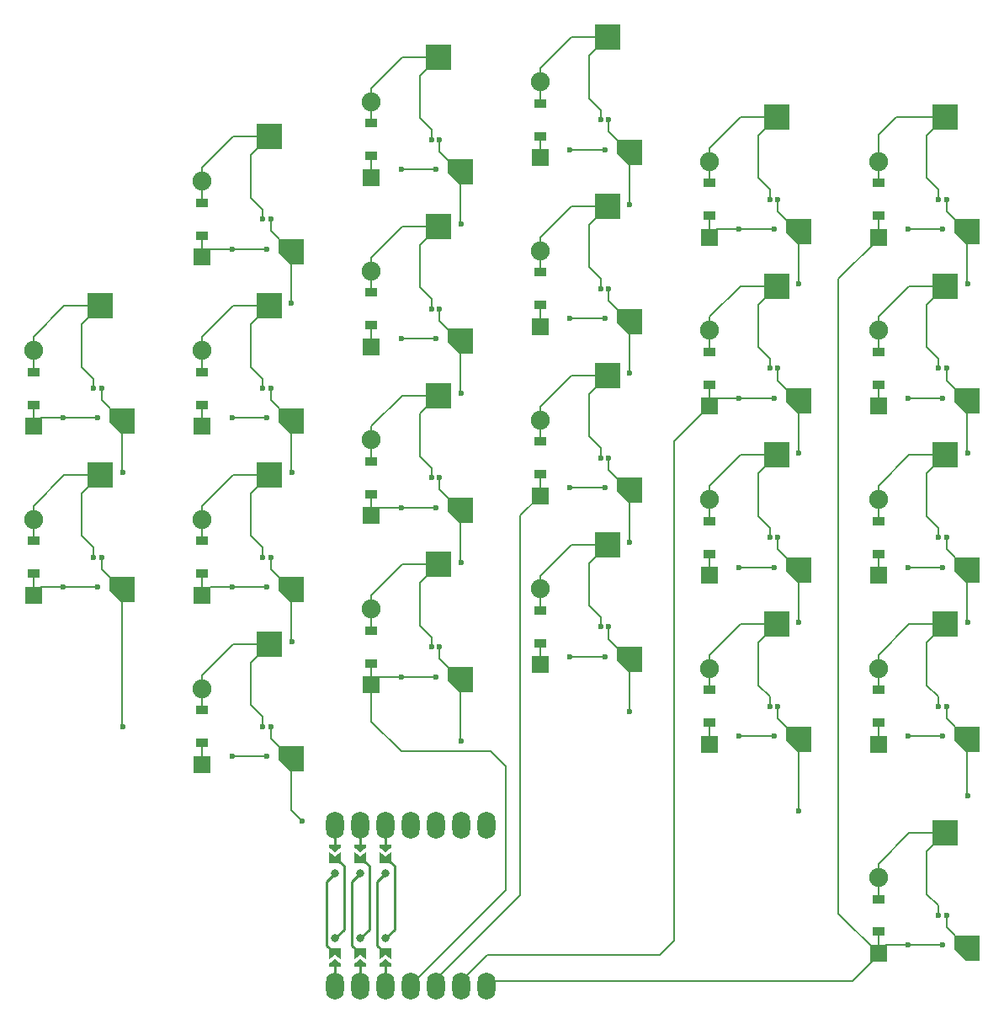
<source format=gtl>
%TF.GenerationSoftware,KiCad,Pcbnew,9.0.2*%
%TF.CreationDate,2025-05-25T15:47:58+02:00*%
%TF.ProjectId,kicad,6b696361-642e-46b6-9963-61645f706362,rev?*%
%TF.SameCoordinates,Original*%
%TF.FileFunction,Copper,L1,Top*%
%TF.FilePolarity,Positive*%
%FSLAX46Y46*%
G04 Gerber Fmt 4.6, Leading zero omitted, Abs format (unit mm)*
G04 Created by KiCad (PCBNEW 9.0.2) date 2025-05-25 15:47:58*
%MOMM*%
%LPD*%
G01*
G04 APERTURE LIST*
G04 Aperture macros list*
%AMOutline5P*
0 Free polygon, 5 corners , with rotation*
0 The origin of the aperture is its center*
0 number of corners: always 5*
0 $1 to $10 corner X, Y*
0 $11 Rotation angle, in degrees counterclockwise*
0 create outline with 5 corners*
4,1,5,$1,$2,$3,$4,$5,$6,$7,$8,$9,$10,$1,$2,$11*%
%AMOutline6P*
0 Free polygon, 6 corners , with rotation*
0 The origin of the aperture is its center*
0 number of corners: always 6*
0 $1 to $12 corner X, Y*
0 $13 Rotation angle, in degrees counterclockwise*
0 create outline with 6 corners*
4,1,6,$1,$2,$3,$4,$5,$6,$7,$8,$9,$10,$11,$12,$1,$2,$13*%
%AMOutline7P*
0 Free polygon, 7 corners , with rotation*
0 The origin of the aperture is its center*
0 number of corners: always 7*
0 $1 to $14 corner X, Y*
0 $15 Rotation angle, in degrees counterclockwise*
0 create outline with 7 corners*
4,1,7,$1,$2,$3,$4,$5,$6,$7,$8,$9,$10,$11,$12,$13,$14,$1,$2,$15*%
%AMOutline8P*
0 Free polygon, 8 corners , with rotation*
0 The origin of the aperture is its center*
0 number of corners: always 8*
0 $1 to $16 corner X, Y*
0 $17 Rotation angle, in degrees counterclockwise*
0 create outline with 8 corners*
4,1,8,$1,$2,$3,$4,$5,$6,$7,$8,$9,$10,$11,$12,$13,$14,$15,$16,$1,$2,$17*%
%AMFreePoly0*
4,1,6,0.250000,0.000000,-0.250000,-0.625000,-0.500000,-0.625000,-0.500000,0.625000,-0.250000,0.625000,0.250000,0.000000,0.250000,0.000000,$1*%
%AMFreePoly1*
4,1,6,0.500000,-0.625000,-0.650000,-0.625000,-0.150000,0.000000,-0.650000,0.625000,0.500000,0.625000,0.500000,-0.625000,0.500000,-0.625000,$1*%
G04 Aperture macros list end*
%TA.AperFunction,SMDPad,CuDef*%
%ADD10Outline5P,-1.300000X1.300000X1.300000X1.300000X1.300000X-0.117000X0.117000X-1.300000X-1.300000X-1.300000X270.000000*%
%TD*%
%TA.AperFunction,SMDPad,CuDef*%
%ADD11R,2.600000X2.600000*%
%TD*%
%TA.AperFunction,ComponentPad*%
%ADD12O,1.800000X2.750000*%
%TD*%
%TA.AperFunction,ComponentPad*%
%ADD13C,0.800000*%
%TD*%
%TA.AperFunction,SMDPad,CuDef*%
%ADD14FreePoly0,90.000000*%
%TD*%
%TA.AperFunction,SMDPad,CuDef*%
%ADD15FreePoly1,90.000000*%
%TD*%
%TA.AperFunction,SMDPad,CuDef*%
%ADD16FreePoly1,270.000000*%
%TD*%
%TA.AperFunction,SMDPad,CuDef*%
%ADD17FreePoly0,270.000000*%
%TD*%
%TA.AperFunction,SMDPad,CuDef*%
%ADD18R,1.200000X0.900000*%
%TD*%
%TA.AperFunction,ComponentPad*%
%ADD19R,1.778000X1.778000*%
%TD*%
%TA.AperFunction,ComponentPad*%
%ADD20C,1.905000*%
%TD*%
%TA.AperFunction,ComponentPad*%
%ADD21C,0.600000*%
%TD*%
%TA.AperFunction,ViaPad*%
%ADD22C,0.600000*%
%TD*%
%TA.AperFunction,Conductor*%
%ADD23C,0.200000*%
%TD*%
%TA.AperFunction,Conductor*%
%ADD24C,0.250000*%
%TD*%
G04 APERTURE END LIST*
D10*
%TO.P,S1,1*%
%TO.N,P0*%
X26450000Y-71275000D03*
D11*
%TO.P,S1,2*%
%TO.N,outer_home*%
X24250000Y-59725000D03*
%TD*%
D10*
%TO.P,S2,1*%
%TO.N,P0*%
X26450000Y-54275000D03*
D11*
%TO.P,S2,2*%
%TO.N,outer_top*%
X24250000Y-42725000D03*
%TD*%
D10*
%TO.P,S3,1*%
%TO.N,P1*%
X43450000Y-88275000D03*
D11*
%TO.P,S3,2*%
%TO.N,pinky_bottom*%
X41250000Y-76725000D03*
%TD*%
D10*
%TO.P,S4,1*%
%TO.N,P1*%
X43450000Y-71275000D03*
D11*
%TO.P,S4,2*%
%TO.N,pinky_home*%
X41250000Y-59725000D03*
%TD*%
D10*
%TO.P,S5,1*%
%TO.N,P1*%
X43450000Y-54275000D03*
D11*
%TO.P,S5,2*%
%TO.N,pinky_top*%
X41250000Y-42725000D03*
%TD*%
D10*
%TO.P,S6,1*%
%TO.N,P1*%
X43450000Y-37275000D03*
D11*
%TO.P,S6,2*%
%TO.N,pinky_num*%
X41250000Y-25725000D03*
%TD*%
D10*
%TO.P,S7,1*%
%TO.N,P2*%
X60450000Y-80275000D03*
D11*
%TO.P,S7,2*%
%TO.N,ring_bottom*%
X58250000Y-68725000D03*
%TD*%
D10*
%TO.P,S8,1*%
%TO.N,P2*%
X60450000Y-63275000D03*
D11*
%TO.P,S8,2*%
%TO.N,ring_home*%
X58250000Y-51725000D03*
%TD*%
D10*
%TO.P,S9,1*%
%TO.N,P2*%
X60450000Y-46275000D03*
D11*
%TO.P,S9,2*%
%TO.N,ring_top*%
X58250000Y-34725000D03*
%TD*%
D10*
%TO.P,S10,1*%
%TO.N,P2*%
X60450000Y-29275000D03*
D11*
%TO.P,S10,2*%
%TO.N,ring_num*%
X58250000Y-17725000D03*
%TD*%
D10*
%TO.P,S11,1*%
%TO.N,P10*%
X77450000Y-78275000D03*
D11*
%TO.P,S11,2*%
%TO.N,middle_bottom*%
X75250000Y-66725000D03*
%TD*%
D10*
%TO.P,S12,1*%
%TO.N,P10*%
X77450000Y-61275000D03*
D11*
%TO.P,S12,2*%
%TO.N,middle_home*%
X75250000Y-49725000D03*
%TD*%
D10*
%TO.P,S13,1*%
%TO.N,P10*%
X77450000Y-44275000D03*
D11*
%TO.P,S13,2*%
%TO.N,middle_top*%
X75250000Y-32725000D03*
%TD*%
D10*
%TO.P,S14,1*%
%TO.N,P10*%
X77450000Y-27275000D03*
D11*
%TO.P,S14,2*%
%TO.N,middle_num*%
X75250000Y-15725000D03*
%TD*%
D10*
%TO.P,S15,1*%
%TO.N,P9*%
X94450000Y-86275000D03*
D11*
%TO.P,S15,2*%
%TO.N,index_bottom*%
X92250000Y-74725000D03*
%TD*%
D10*
%TO.P,S16,1*%
%TO.N,P9*%
X94450000Y-69275000D03*
D11*
%TO.P,S16,2*%
%TO.N,index_home*%
X92250000Y-57725000D03*
%TD*%
D10*
%TO.P,S17,1*%
%TO.N,P9*%
X94450000Y-52275000D03*
D11*
%TO.P,S17,2*%
%TO.N,index_top*%
X92250000Y-40725000D03*
%TD*%
D10*
%TO.P,S18,1*%
%TO.N,P9*%
X94450000Y-35275000D03*
D11*
%TO.P,S18,2*%
%TO.N,index_num*%
X92250000Y-23725000D03*
%TD*%
D10*
%TO.P,S19,1*%
%TO.N,P8*%
X111450000Y-86275000D03*
D11*
%TO.P,S19,2*%
%TO.N,inner_bottom*%
X109250000Y-74725000D03*
%TD*%
D10*
%TO.P,S20,1*%
%TO.N,P8*%
X111450000Y-69275000D03*
D11*
%TO.P,S20,2*%
%TO.N,inner_home*%
X109250000Y-57725000D03*
%TD*%
D10*
%TO.P,S21,1*%
%TO.N,P8*%
X111450000Y-52275000D03*
D11*
%TO.P,S21,2*%
%TO.N,inner_top*%
X109250000Y-40725000D03*
%TD*%
D10*
%TO.P,S22,1*%
%TO.N,P8*%
X111450000Y-35275000D03*
D11*
%TO.P,S22,2*%
%TO.N,inner_num*%
X109250000Y-23725000D03*
%TD*%
D10*
%TO.P,S23,1*%
%TO.N,P7*%
X111450000Y-107275000D03*
D11*
%TO.P,S23,2*%
%TO.N,home_home*%
X109250000Y-95725000D03*
%TD*%
D12*
%TO.P,,0*%
%TO.N,_1_0*%
X47880000Y-111095000D03*
%TO.P,,13*%
%TO.N,_1_13*%
X47880000Y-94905000D03*
D13*
%TO.P,,0*%
%TO.N,P0*%
X47880000Y-106262000D03*
D14*
%TO.N,_1_0*%
X47880000Y-108620000D03*
D15*
%TO.P,,13*%
%TO.N,VCC*%
X47880000Y-107775000D03*
D13*
X47880000Y-99738000D03*
D16*
%TO.P,,0*%
%TO.N,P0*%
X47880000Y-98225000D03*
D17*
%TO.P,,13*%
%TO.N,_1_13*%
X47880000Y-97380000D03*
D12*
%TO.P,,1*%
%TO.N,_1_1*%
X50420000Y-111095000D03*
%TO.P,,12*%
%TO.N,_1_12*%
X50420000Y-94905000D03*
D13*
%TO.P,,1*%
%TO.N,P1*%
X50420000Y-106262000D03*
D14*
%TO.N,_1_1*%
X50420000Y-108620000D03*
D15*
%TO.P,,12*%
%TO.N,GND*%
X50420000Y-107775000D03*
D13*
X50420000Y-99738000D03*
D16*
%TO.P,,1*%
%TO.N,P1*%
X50420000Y-98225000D03*
D17*
%TO.P,,12*%
%TO.N,_1_12*%
X50420000Y-97380000D03*
D12*
%TO.P,,2*%
%TO.N,_1_2*%
X52960000Y-111095000D03*
%TO.P,,11*%
%TO.N,_1_11*%
X52960000Y-94905000D03*
D13*
%TO.P,,2*%
%TO.N,P2*%
X52960000Y-106262000D03*
D14*
%TO.N,_1_2*%
X52960000Y-108620000D03*
D15*
%TO.P,,11*%
%TO.N,V3*%
X52960000Y-107775000D03*
D13*
X52960000Y-99738000D03*
D16*
%TO.P,,2*%
%TO.N,P2*%
X52960000Y-98225000D03*
D17*
%TO.P,,11*%
%TO.N,_1_11*%
X52960000Y-97380000D03*
D12*
%TO.P,,3*%
%TO.N,P3*%
X55500000Y-111095000D03*
%TO.P,,10*%
%TO.N,P10*%
X55500000Y-94905000D03*
%TO.P,,4*%
%TO.N,P4*%
X58040000Y-111095000D03*
%TO.P,,9*%
%TO.N,P9*%
X58040000Y-94905000D03*
%TO.P,,5*%
%TO.N,P5*%
X60580000Y-111095000D03*
%TO.P,,8*%
%TO.N,P8*%
X60580000Y-94905000D03*
%TO.P,,6*%
%TO.N,P6*%
X63120000Y-111095000D03*
%TO.P,,7*%
%TO.N,P7*%
X63120000Y-94905000D03*
%TD*%
D18*
%TO.P,D1,1*%
%TO.N,P4*%
X17500000Y-69650000D03*
%TO.P,D1,2*%
%TO.N,outer_home*%
X17500000Y-66350000D03*
D19*
%TO.P,D1,1*%
%TO.N,P4*%
X17500000Y-71810000D03*
D20*
%TO.P,D1,2*%
%TO.N,outer_home*%
X17500000Y-64190000D03*
%TD*%
D18*
%TO.P,D2,1*%
%TO.N,P5*%
X17500000Y-52650000D03*
%TO.P,D2,2*%
%TO.N,outer_top*%
X17500000Y-49350000D03*
D19*
%TO.P,D2,1*%
%TO.N,P5*%
X17500000Y-54810000D03*
D20*
%TO.P,D2,2*%
%TO.N,outer_top*%
X17500000Y-47190000D03*
%TD*%
D18*
%TO.P,D3,1*%
%TO.N,P3*%
X34500000Y-86650000D03*
%TO.P,D3,2*%
%TO.N,pinky_bottom*%
X34500000Y-83350000D03*
D19*
%TO.P,D3,1*%
%TO.N,P3*%
X34500000Y-88810000D03*
D20*
%TO.P,D3,2*%
%TO.N,pinky_bottom*%
X34500000Y-81190000D03*
%TD*%
D18*
%TO.P,D4,1*%
%TO.N,P4*%
X34500000Y-69650000D03*
%TO.P,D4,2*%
%TO.N,pinky_home*%
X34500000Y-66350000D03*
D19*
%TO.P,D4,1*%
%TO.N,P4*%
X34500000Y-71810000D03*
D20*
%TO.P,D4,2*%
%TO.N,pinky_home*%
X34500000Y-64190000D03*
%TD*%
D18*
%TO.P,D5,1*%
%TO.N,P5*%
X34500000Y-52650000D03*
%TO.P,D5,2*%
%TO.N,pinky_top*%
X34500000Y-49350000D03*
D19*
%TO.P,D5,1*%
%TO.N,P5*%
X34500000Y-54810000D03*
D20*
%TO.P,D5,2*%
%TO.N,pinky_top*%
X34500000Y-47190000D03*
%TD*%
D18*
%TO.P,D6,1*%
%TO.N,P6*%
X34500000Y-35650000D03*
%TO.P,D6,2*%
%TO.N,pinky_num*%
X34500000Y-32350000D03*
D19*
%TO.P,D6,1*%
%TO.N,P6*%
X34500000Y-37810000D03*
D20*
%TO.P,D6,2*%
%TO.N,pinky_num*%
X34500000Y-30190000D03*
%TD*%
D18*
%TO.P,D7,1*%
%TO.N,P3*%
X51500000Y-78650000D03*
%TO.P,D7,2*%
%TO.N,ring_bottom*%
X51500000Y-75350000D03*
D19*
%TO.P,D7,1*%
%TO.N,P3*%
X51500000Y-80810000D03*
D20*
%TO.P,D7,2*%
%TO.N,ring_bottom*%
X51500000Y-73190000D03*
%TD*%
D18*
%TO.P,D8,1*%
%TO.N,P4*%
X51500000Y-61650000D03*
%TO.P,D8,2*%
%TO.N,ring_home*%
X51500000Y-58350000D03*
D19*
%TO.P,D8,1*%
%TO.N,P4*%
X51500000Y-63810000D03*
D20*
%TO.P,D8,2*%
%TO.N,ring_home*%
X51500000Y-56190000D03*
%TD*%
D18*
%TO.P,D9,1*%
%TO.N,P5*%
X51500000Y-44650000D03*
%TO.P,D9,2*%
%TO.N,ring_top*%
X51500000Y-41350000D03*
D19*
%TO.P,D9,1*%
%TO.N,P5*%
X51500000Y-46810000D03*
D20*
%TO.P,D9,2*%
%TO.N,ring_top*%
X51500000Y-39190000D03*
%TD*%
D18*
%TO.P,D10,1*%
%TO.N,P6*%
X51500000Y-27650000D03*
%TO.P,D10,2*%
%TO.N,ring_num*%
X51500000Y-24350000D03*
D19*
%TO.P,D10,1*%
%TO.N,P6*%
X51500000Y-29810000D03*
D20*
%TO.P,D10,2*%
%TO.N,ring_num*%
X51500000Y-22190000D03*
%TD*%
D18*
%TO.P,D11,1*%
%TO.N,P3*%
X68500000Y-76650000D03*
%TO.P,D11,2*%
%TO.N,middle_bottom*%
X68500000Y-73350000D03*
D19*
%TO.P,D11,1*%
%TO.N,P3*%
X68500000Y-78810000D03*
D20*
%TO.P,D11,2*%
%TO.N,middle_bottom*%
X68500000Y-71190000D03*
%TD*%
D18*
%TO.P,D12,1*%
%TO.N,P4*%
X68500000Y-59650000D03*
%TO.P,D12,2*%
%TO.N,middle_home*%
X68500000Y-56350000D03*
D19*
%TO.P,D12,1*%
%TO.N,P4*%
X68500000Y-61810000D03*
D20*
%TO.P,D12,2*%
%TO.N,middle_home*%
X68500000Y-54190000D03*
%TD*%
D18*
%TO.P,D13,1*%
%TO.N,P5*%
X68500000Y-42650000D03*
%TO.P,D13,2*%
%TO.N,middle_top*%
X68500000Y-39350000D03*
D19*
%TO.P,D13,1*%
%TO.N,P5*%
X68500000Y-44810000D03*
D20*
%TO.P,D13,2*%
%TO.N,middle_top*%
X68500000Y-37190000D03*
%TD*%
D18*
%TO.P,D14,1*%
%TO.N,P6*%
X68500000Y-25650000D03*
%TO.P,D14,2*%
%TO.N,middle_num*%
X68500000Y-22350000D03*
D19*
%TO.P,D14,1*%
%TO.N,P6*%
X68500000Y-27810000D03*
D20*
%TO.P,D14,2*%
%TO.N,middle_num*%
X68500000Y-20190000D03*
%TD*%
D18*
%TO.P,D15,1*%
%TO.N,P3*%
X85500000Y-84650000D03*
%TO.P,D15,2*%
%TO.N,index_bottom*%
X85500000Y-81350000D03*
D19*
%TO.P,D15,1*%
%TO.N,P3*%
X85500000Y-86810000D03*
D20*
%TO.P,D15,2*%
%TO.N,index_bottom*%
X85500000Y-79190000D03*
%TD*%
D18*
%TO.P,D16,1*%
%TO.N,P4*%
X85500000Y-67650000D03*
%TO.P,D16,2*%
%TO.N,index_home*%
X85500000Y-64350000D03*
D19*
%TO.P,D16,1*%
%TO.N,P4*%
X85500000Y-69810000D03*
D20*
%TO.P,D16,2*%
%TO.N,index_home*%
X85500000Y-62190000D03*
%TD*%
D18*
%TO.P,D17,1*%
%TO.N,P5*%
X85500000Y-50650000D03*
%TO.P,D17,2*%
%TO.N,index_top*%
X85500000Y-47350000D03*
D19*
%TO.P,D17,1*%
%TO.N,P5*%
X85500000Y-52810000D03*
D20*
%TO.P,D17,2*%
%TO.N,index_top*%
X85500000Y-45190000D03*
%TD*%
D18*
%TO.P,D18,1*%
%TO.N,P6*%
X85500000Y-33650000D03*
%TO.P,D18,2*%
%TO.N,index_num*%
X85500000Y-30350000D03*
D19*
%TO.P,D18,1*%
%TO.N,P6*%
X85500000Y-35810000D03*
D20*
%TO.P,D18,2*%
%TO.N,index_num*%
X85500000Y-28190000D03*
%TD*%
D18*
%TO.P,D19,1*%
%TO.N,P3*%
X102500000Y-84650000D03*
%TO.P,D19,2*%
%TO.N,inner_bottom*%
X102500000Y-81350000D03*
D19*
%TO.P,D19,1*%
%TO.N,P3*%
X102500000Y-86810000D03*
D20*
%TO.P,D19,2*%
%TO.N,inner_bottom*%
X102500000Y-79190000D03*
%TD*%
D18*
%TO.P,D20,1*%
%TO.N,P4*%
X102500000Y-67650000D03*
%TO.P,D20,2*%
%TO.N,inner_home*%
X102500000Y-64350000D03*
D19*
%TO.P,D20,1*%
%TO.N,P4*%
X102500000Y-69810000D03*
D20*
%TO.P,D20,2*%
%TO.N,inner_home*%
X102500000Y-62190000D03*
%TD*%
D18*
%TO.P,D21,1*%
%TO.N,P5*%
X102500000Y-50650000D03*
%TO.P,D21,2*%
%TO.N,inner_top*%
X102500000Y-47350000D03*
D19*
%TO.P,D21,1*%
%TO.N,P5*%
X102500000Y-52810000D03*
D20*
%TO.P,D21,2*%
%TO.N,inner_top*%
X102500000Y-45190000D03*
%TD*%
D18*
%TO.P,D22,1*%
%TO.N,P6*%
X102500000Y-33650000D03*
%TO.P,D22,2*%
%TO.N,inner_num*%
X102500000Y-30350000D03*
D19*
%TO.P,D22,1*%
%TO.N,P6*%
X102500000Y-35810000D03*
D20*
%TO.P,D22,2*%
%TO.N,inner_num*%
X102500000Y-28190000D03*
%TD*%
D18*
%TO.P,D23,1*%
%TO.N,P6*%
X102500000Y-105650000D03*
%TO.P,D23,2*%
%TO.N,home_home*%
X102500000Y-102350000D03*
D19*
%TO.P,D23,1*%
%TO.N,P6*%
X102500000Y-107810000D03*
D20*
%TO.P,D23,2*%
%TO.N,home_home*%
X102500000Y-100190000D03*
%TD*%
D21*
%TO.P,REF\u002A\u002A,1*%
%TO.N,P4*%
X24000000Y-71000000D03*
%TD*%
%TO.P,REF\u002A\u002A,1*%
%TO.N,P5*%
X24000000Y-54000000D03*
%TD*%
%TO.P,REF\u002A\u002A,1*%
%TO.N,P3*%
X41000000Y-88000000D03*
%TD*%
%TO.P,REF\u002A\u002A,1*%
%TO.N,P4*%
X41000000Y-71000000D03*
%TD*%
%TO.P,REF\u002A\u002A,1*%
%TO.N,P5*%
X41000000Y-54000000D03*
%TD*%
%TO.P,REF\u002A\u002A,1*%
%TO.N,P6*%
X41000000Y-37000000D03*
%TD*%
%TO.P,REF\u002A\u002A,1*%
%TO.N,P3*%
X58000000Y-80000000D03*
%TD*%
%TO.P,REF\u002A\u002A,1*%
%TO.N,P4*%
X58000000Y-63000000D03*
%TD*%
%TO.P,REF\u002A\u002A,1*%
%TO.N,P5*%
X58000000Y-46000000D03*
%TD*%
%TO.P,REF\u002A\u002A,1*%
%TO.N,P6*%
X58000000Y-29000000D03*
%TD*%
%TO.P,REF\u002A\u002A,1*%
%TO.N,P3*%
X75000000Y-78000000D03*
%TD*%
%TO.P,REF\u002A\u002A,1*%
%TO.N,P4*%
X75000000Y-61000000D03*
%TD*%
%TO.P,REF\u002A\u002A,1*%
%TO.N,P5*%
X75000000Y-44000000D03*
%TD*%
%TO.P,REF\u002A\u002A,1*%
%TO.N,P6*%
X75000000Y-27000000D03*
%TD*%
%TO.P,REF\u002A\u002A,1*%
%TO.N,P3*%
X92000000Y-86000000D03*
%TD*%
%TO.P,REF\u002A\u002A,1*%
%TO.N,P4*%
X92000000Y-69000000D03*
%TD*%
%TO.P,REF\u002A\u002A,1*%
%TO.N,P5*%
X92000000Y-52000000D03*
%TD*%
%TO.P,REF\u002A\u002A,1*%
%TO.N,P6*%
X92000000Y-35000000D03*
%TD*%
%TO.P,REF\u002A\u002A,1*%
%TO.N,P3*%
X109000000Y-86000000D03*
%TD*%
%TO.P,REF\u002A\u002A,1*%
%TO.N,P4*%
X109000000Y-69000000D03*
%TD*%
%TO.P,REF\u002A\u002A,1*%
%TO.N,P5*%
X109000000Y-52000000D03*
%TD*%
%TO.P,REF\u002A\u002A,1*%
%TO.N,P6*%
X109000000Y-35000000D03*
%TD*%
%TO.P,REF\u002A\u002A,1*%
%TO.N,P6*%
X109000000Y-107000000D03*
%TD*%
%TO.P,REF\u002A\u002A,1*%
%TO.N,P4*%
X20500000Y-71000000D03*
%TD*%
%TO.P,REF\u002A\u002A,1*%
%TO.N,P5*%
X20500000Y-54000000D03*
%TD*%
%TO.P,REF\u002A\u002A,1*%
%TO.N,P3*%
X37500000Y-88000000D03*
%TD*%
%TO.P,REF\u002A\u002A,1*%
%TO.N,P4*%
X37500000Y-71000000D03*
%TD*%
%TO.P,REF\u002A\u002A,1*%
%TO.N,P5*%
X37500000Y-54000000D03*
%TD*%
%TO.P,REF\u002A\u002A,1*%
%TO.N,P6*%
X37500000Y-37000000D03*
%TD*%
%TO.P,REF\u002A\u002A,1*%
%TO.N,P3*%
X54500000Y-80000000D03*
%TD*%
%TO.P,REF\u002A\u002A,1*%
%TO.N,P4*%
X54500000Y-63000000D03*
%TD*%
%TO.P,REF\u002A\u002A,1*%
%TO.N,P5*%
X54500000Y-46000000D03*
%TD*%
%TO.P,REF\u002A\u002A,1*%
%TO.N,P6*%
X54500000Y-29000000D03*
%TD*%
%TO.P,REF\u002A\u002A,1*%
%TO.N,P3*%
X71500000Y-78000000D03*
%TD*%
%TO.P,REF\u002A\u002A,1*%
%TO.N,P4*%
X71500000Y-61000000D03*
%TD*%
%TO.P,REF\u002A\u002A,1*%
%TO.N,P5*%
X71500000Y-44000000D03*
%TD*%
%TO.P,REF\u002A\u002A,1*%
%TO.N,P6*%
X71500000Y-27000000D03*
%TD*%
%TO.P,REF\u002A\u002A,1*%
%TO.N,P3*%
X88500000Y-86000000D03*
%TD*%
%TO.P,REF\u002A\u002A,1*%
%TO.N,P4*%
X88500000Y-69000000D03*
%TD*%
%TO.P,REF\u002A\u002A,1*%
%TO.N,P5*%
X88500000Y-52000000D03*
%TD*%
%TO.P,REF\u002A\u002A,1*%
%TO.N,P6*%
X88500000Y-35000000D03*
%TD*%
%TO.P,REF\u002A\u002A,1*%
%TO.N,P3*%
X105500000Y-86000000D03*
%TD*%
%TO.P,REF\u002A\u002A,1*%
%TO.N,P4*%
X105500000Y-69000000D03*
%TD*%
%TO.P,REF\u002A\u002A,1*%
%TO.N,P5*%
X105500000Y-52000000D03*
%TD*%
%TO.P,REF\u002A\u002A,1*%
%TO.N,P6*%
X105500000Y-35000000D03*
%TD*%
%TO.P,REF\u002A\u002A,1*%
%TO.N,P6*%
X105500000Y-107000000D03*
%TD*%
D22*
%TO.N,P2*%
X60500000Y-86500000D03*
X60500000Y-34500000D03*
X60500000Y-51500000D03*
X60500000Y-68500000D03*
%TO.N,P0*%
X26500000Y-59500000D03*
%TO.N,P1*%
X43450000Y-42450000D03*
X43500000Y-59500000D03*
X43500000Y-76500000D03*
X44500000Y-94500000D03*
%TO.N,P10*%
X77500000Y-32500000D03*
X77500000Y-49500000D03*
%TO.N,P9*%
X94500000Y-40500000D03*
X94500000Y-57500000D03*
%TO.N,P10*%
X77500000Y-66500000D03*
%TO.N,P9*%
X94500000Y-74500000D03*
%TO.N,P10*%
X77500000Y-83500000D03*
%TO.N,P9*%
X94500000Y-93500000D03*
%TO.N,P8*%
X111500000Y-74500000D03*
X111500000Y-57500000D03*
X111500000Y-40500000D03*
X111500000Y-92000000D03*
%TO.N,P0*%
X26500000Y-85000000D03*
X24375000Y-68000000D03*
%TO.N,outer_home*%
X23575000Y-68000000D03*
%TO.N,P0*%
X24375000Y-51000000D03*
%TO.N,outer_top*%
X23575000Y-51000000D03*
%TO.N,P1*%
X41375000Y-85000000D03*
%TO.N,pinky_bottom*%
X40575000Y-85000000D03*
%TO.N,P1*%
X41375000Y-68000000D03*
%TO.N,pinky_home*%
X40575000Y-68000000D03*
%TO.N,P1*%
X41375000Y-51000000D03*
%TO.N,pinky_top*%
X40575000Y-51000000D03*
%TO.N,P1*%
X41375000Y-34000000D03*
%TO.N,pinky_num*%
X40575000Y-34000000D03*
%TO.N,P2*%
X58375000Y-77000000D03*
%TO.N,ring_bottom*%
X57575000Y-77000000D03*
%TO.N,P2*%
X58375000Y-60000000D03*
%TO.N,ring_home*%
X57575000Y-60000000D03*
%TO.N,P2*%
X58375000Y-43000000D03*
%TO.N,ring_top*%
X57575000Y-43000000D03*
%TO.N,P2*%
X58375000Y-26000000D03*
%TO.N,ring_num*%
X57575000Y-26000000D03*
%TO.N,P10*%
X75375000Y-75000000D03*
%TO.N,middle_bottom*%
X74575000Y-75000000D03*
%TO.N,P10*%
X75375000Y-58000000D03*
%TO.N,middle_home*%
X74575000Y-58000000D03*
%TO.N,P10*%
X75375000Y-41000000D03*
%TO.N,middle_top*%
X74575000Y-41000000D03*
%TO.N,P10*%
X75375000Y-24000000D03*
%TO.N,middle_num*%
X74575000Y-24000000D03*
%TO.N,P9*%
X92375000Y-83000000D03*
%TO.N,index_bottom*%
X91575000Y-83000000D03*
%TO.N,P9*%
X92375000Y-66000000D03*
%TO.N,index_home*%
X91575000Y-66000000D03*
%TO.N,P9*%
X92375000Y-49000000D03*
%TO.N,index_top*%
X91575000Y-49000000D03*
%TO.N,P9*%
X92375000Y-32000000D03*
%TO.N,index_num*%
X91575000Y-32000000D03*
%TO.N,P8*%
X109375000Y-83000000D03*
%TO.N,inner_bottom*%
X108575000Y-83000000D03*
%TO.N,P8*%
X109375000Y-66000000D03*
%TO.N,inner_home*%
X108575000Y-66000000D03*
%TO.N,P8*%
X109375000Y-49000000D03*
%TO.N,inner_top*%
X108575000Y-49000000D03*
%TO.N,P8*%
X109375000Y-32000000D03*
%TO.N,inner_num*%
X108575000Y-32000000D03*
%TO.N,P7*%
X109375000Y-104000000D03*
%TO.N,home_home*%
X108575000Y-104000000D03*
%TD*%
D23*
%TO.N,index_home*%
X85500000Y-64350000D02*
X85500000Y-62190000D01*
%TO.N,P4*%
X85500000Y-69810000D02*
X85500000Y-67650000D01*
%TO.N,P3*%
X85500000Y-84650000D02*
X85500000Y-86810000D01*
%TO.N,index_bottom*%
X85500000Y-79190000D02*
X85500000Y-81350000D01*
%TO.N,P6*%
X68500000Y-25650000D02*
X68500000Y-27810000D01*
X102500000Y-107810000D02*
X102500000Y-105650000D01*
%TO.N,home_home*%
X102500000Y-102350000D02*
X102500000Y-100190000D01*
%TO.N,inner_bottom*%
X102500000Y-81350000D02*
X102500000Y-79190000D01*
%TO.N,P3*%
X102500000Y-86810000D02*
X102500000Y-84650000D01*
%TO.N,inner_home*%
X102500000Y-64350000D02*
X102500000Y-62190000D01*
%TO.N,P4*%
X102500000Y-69810000D02*
X102500000Y-67650000D01*
%TO.N,P5*%
X102500000Y-52810000D02*
X102500000Y-50650000D01*
%TO.N,inner_top*%
X102500000Y-47350000D02*
X102500000Y-45190000D01*
%TO.N,P6*%
X102500000Y-33650000D02*
X102500000Y-35810000D01*
%TO.N,inner_num*%
X102500000Y-28190000D02*
X102500000Y-30350000D01*
%TO.N,P6*%
X88500000Y-35000000D02*
X86310000Y-35000000D01*
X86310000Y-35000000D02*
X85500000Y-35810000D01*
%TO.N,P5*%
X88500000Y-52000000D02*
X86310000Y-52000000D01*
X86310000Y-52000000D02*
X85500000Y-52810000D01*
X85500000Y-52810000D02*
X85500000Y-50650000D01*
%TO.N,index_top*%
X85500000Y-45190000D02*
X85500000Y-47350000D01*
%TO.N,index_num*%
X85500000Y-30350000D02*
X85500000Y-28190000D01*
%TO.N,P6*%
X85500000Y-35810000D02*
X85500000Y-33650000D01*
%TO.N,P5*%
X68500000Y-44810000D02*
X68500000Y-42650000D01*
%TO.N,middle_top*%
X68500000Y-39350000D02*
X68500000Y-37190000D01*
%TO.N,middle_num*%
X68500000Y-22350000D02*
X68500000Y-20190000D01*
%TO.N,ring_num*%
X51500000Y-24350000D02*
X51500000Y-22190000D01*
%TO.N,P6*%
X51500000Y-29810000D02*
X51500000Y-27650000D01*
%TO.N,middle_home*%
X68500000Y-56350000D02*
X68500000Y-54190000D01*
%TO.N,P4*%
X68500000Y-61810000D02*
X68500000Y-59650000D01*
%TO.N,middle_bottom*%
X68500000Y-73350000D02*
X68500000Y-71190000D01*
%TO.N,P3*%
X68500000Y-78810000D02*
X68500000Y-76650000D01*
X51500000Y-80810000D02*
X51500000Y-78650000D01*
%TO.N,ring_bottom*%
X51500000Y-73190000D02*
X51500000Y-75350000D01*
%TO.N,P4*%
X51500000Y-63810000D02*
X51500000Y-61650000D01*
%TO.N,ring_home*%
X51500000Y-56190000D02*
X51500000Y-58350000D01*
%TO.N,P5*%
X51500000Y-44650000D02*
X51500000Y-46810000D01*
%TO.N,ring_top*%
X51500000Y-39190000D02*
X51500000Y-41350000D01*
%TO.N,pinky_home*%
X34500000Y-66350000D02*
X34500000Y-64190000D01*
%TO.N,P4*%
X34500000Y-71810000D02*
X34500000Y-69650000D01*
%TO.N,P3*%
X34500000Y-86650000D02*
X34500000Y-88810000D01*
%TO.N,pinky_bottom*%
X34500000Y-81190000D02*
X34500000Y-83350000D01*
%TO.N,P3*%
X41000000Y-88000000D02*
X37500000Y-88000000D01*
X54500000Y-80000000D02*
X52310000Y-80000000D01*
X52310000Y-80000000D02*
X51500000Y-80810000D01*
%TO.N,P4*%
X54500000Y-63000000D02*
X52310000Y-63000000D01*
X52310000Y-63000000D02*
X51500000Y-63810000D01*
%TO.N,P5*%
X20500000Y-54000000D02*
X18310000Y-54000000D01*
X18310000Y-54000000D02*
X17500000Y-54810000D01*
X24000000Y-54000000D02*
X20500000Y-54000000D01*
%TO.N,P6*%
X37500000Y-37000000D02*
X35310000Y-37000000D01*
X35310000Y-37000000D02*
X34500000Y-37810000D01*
%TO.N,pinky_num*%
X34500000Y-30190000D02*
X34500000Y-32350000D01*
%TO.N,P6*%
X34500000Y-35650000D02*
X34500000Y-37810000D01*
%TO.N,pinky_top*%
X34500000Y-47190000D02*
X34500000Y-49350000D01*
%TO.N,P5*%
X34500000Y-54810000D02*
X34500000Y-52650000D01*
%TO.N,P4*%
X34500000Y-71810000D02*
X35310000Y-71000000D01*
X35310000Y-71000000D02*
X37500000Y-71000000D01*
X17500000Y-71810000D02*
X18310000Y-71000000D01*
X18310000Y-71000000D02*
X20500000Y-71000000D01*
X24000000Y-71000000D02*
X20500000Y-71000000D01*
X17500000Y-69650000D02*
X17500000Y-71810000D01*
%TO.N,outer_home*%
X17500000Y-64190000D02*
X17500000Y-66350000D01*
%TO.N,P5*%
X17500000Y-52650000D02*
X17500000Y-54810000D01*
%TO.N,outer_top*%
X17500000Y-47190000D02*
X17500000Y-49350000D01*
%TO.N,P6*%
X105500000Y-107000000D02*
X103310000Y-107000000D01*
X103310000Y-107000000D02*
X102500000Y-107810000D01*
X109000000Y-107000000D02*
X105500000Y-107000000D01*
%TO.N,P3*%
X109000000Y-86000000D02*
X105500000Y-86000000D01*
%TO.N,P4*%
X109000000Y-69000000D02*
X105500000Y-69000000D01*
%TO.N,P5*%
X109000000Y-52000000D02*
X105500000Y-52000000D01*
%TO.N,P6*%
X109000000Y-35000000D02*
X105500000Y-35000000D01*
%TO.N,P2*%
X60450000Y-86450000D02*
X60500000Y-86500000D01*
X60450000Y-80275000D02*
X60450000Y-86450000D01*
%TO.N,P1*%
X43450000Y-93450000D02*
X44500000Y-94500000D01*
X43450000Y-88275000D02*
X43450000Y-93450000D01*
X43450000Y-76450000D02*
X43500000Y-76500000D01*
X43450000Y-71275000D02*
X43450000Y-76450000D01*
%TO.N,P0*%
X26450000Y-59450000D02*
X26500000Y-59500000D01*
X26450000Y-54275000D02*
X26450000Y-59450000D01*
%TO.N,P1*%
X43450000Y-59450000D02*
X43500000Y-59500000D01*
X43450000Y-54275000D02*
X43450000Y-59450000D01*
%TO.N,P2*%
X60450000Y-68450000D02*
X60500000Y-68500000D01*
X60450000Y-63275000D02*
X60450000Y-68450000D01*
X60450000Y-51450000D02*
X60500000Y-51500000D01*
X60450000Y-46275000D02*
X60450000Y-51450000D01*
%TO.N,P1*%
X43450000Y-37275000D02*
X43450000Y-42450000D01*
%TO.N,P2*%
X60450000Y-34450000D02*
X60500000Y-34500000D01*
X60450000Y-29275000D02*
X60450000Y-34450000D01*
%TO.N,P10*%
X77450000Y-27275000D02*
X77450000Y-32450000D01*
X77450000Y-83450000D02*
X77500000Y-83500000D01*
X77450000Y-78275000D02*
X77450000Y-83450000D01*
X77450000Y-66450000D02*
X77500000Y-66500000D01*
X77450000Y-61275000D02*
X77450000Y-66450000D01*
X77450000Y-49450000D02*
X77500000Y-49500000D01*
X77450000Y-44275000D02*
X77450000Y-49450000D01*
X77450000Y-32450000D02*
X77500000Y-32500000D01*
%TO.N,P9*%
X94450000Y-40450000D02*
X94500000Y-40500000D01*
X94450000Y-35275000D02*
X94450000Y-40450000D01*
X94450000Y-57450000D02*
X94500000Y-57500000D01*
X94450000Y-52275000D02*
X94450000Y-57450000D01*
X94450000Y-74450000D02*
X94500000Y-74500000D01*
X94450000Y-69275000D02*
X94450000Y-74450000D01*
X94450000Y-86275000D02*
X94450000Y-93450000D01*
X94450000Y-93450000D02*
X94500000Y-93500000D01*
%TO.N,P4*%
X41000000Y-71000000D02*
X37500000Y-71000000D01*
%TO.N,P5*%
X37500000Y-54000000D02*
X41000000Y-54000000D01*
%TO.N,P6*%
X37500000Y-37000000D02*
X41000000Y-37000000D01*
X58000000Y-29000000D02*
X54500000Y-29000000D01*
%TO.N,P5*%
X58000000Y-46000000D02*
X54500000Y-46000000D01*
%TO.N,P4*%
X58000000Y-63000000D02*
X54500000Y-63000000D01*
%TO.N,P3*%
X58000000Y-80000000D02*
X54500000Y-80000000D01*
X75000000Y-78000000D02*
X71500000Y-78000000D01*
%TO.N,P4*%
X75000000Y-61000000D02*
X71500000Y-61000000D01*
%TO.N,P5*%
X75000000Y-44000000D02*
X71500000Y-44000000D01*
%TO.N,P6*%
X75000000Y-27000000D02*
X71500000Y-27000000D01*
X92000000Y-35000000D02*
X88500000Y-35000000D01*
%TO.N,P5*%
X92000000Y-52000000D02*
X88500000Y-52000000D01*
%TO.N,P4*%
X92000000Y-69000000D02*
X88500000Y-69000000D01*
%TO.N,P3*%
X92000000Y-86000000D02*
X88500000Y-86000000D01*
%TO.N,P8*%
X111450000Y-40450000D02*
X111500000Y-40500000D01*
X111450000Y-35275000D02*
X111450000Y-40450000D01*
X111450000Y-57450000D02*
X111500000Y-57500000D01*
X111450000Y-52275000D02*
X111450000Y-57450000D01*
X111450000Y-74450000D02*
X111500000Y-74500000D01*
X111450000Y-69275000D02*
X111450000Y-74450000D01*
X111500000Y-92000000D02*
X111450000Y-91950000D01*
X111450000Y-91950000D02*
X111450000Y-86275000D01*
%TO.N,home_home*%
X102500000Y-100190000D02*
X102500000Y-98842962D01*
X105617962Y-95725000D02*
X109250000Y-95725000D01*
X102500000Y-98842962D02*
X105617962Y-95725000D01*
%TO.N,inner_bottom*%
X102500000Y-79190000D02*
X102500000Y-77842962D01*
X102500000Y-77842962D02*
X105617962Y-74725000D01*
X105617962Y-74725000D02*
X109250000Y-74725000D01*
%TO.N,index_bottom*%
X85500000Y-79190000D02*
X85500000Y-77842962D01*
X85500000Y-77842962D02*
X88617962Y-74725000D01*
X88617962Y-74725000D02*
X92250000Y-74725000D01*
%TO.N,middle_bottom*%
X68500000Y-71190000D02*
X68500000Y-69842962D01*
X68500000Y-69842962D02*
X71617962Y-66725000D01*
X71617962Y-66725000D02*
X75250000Y-66725000D01*
%TO.N,ring_bottom*%
X51500000Y-73190000D02*
X51500000Y-71842962D01*
X51500000Y-71842962D02*
X54617962Y-68725000D01*
X54617962Y-68725000D02*
X58250000Y-68725000D01*
%TO.N,pinky_bottom*%
X34500000Y-81190000D02*
X34500000Y-79842962D01*
X34500000Y-79842962D02*
X37617962Y-76725000D01*
X37617962Y-76725000D02*
X41250000Y-76725000D01*
%TO.N,inner_home*%
X102500000Y-62190000D02*
X102500000Y-60842962D01*
X102500000Y-60842962D02*
X105617962Y-57725000D01*
X105617962Y-57725000D02*
X109250000Y-57725000D01*
%TO.N,index_home*%
X85500000Y-62190000D02*
X85500000Y-60842962D01*
X85500000Y-60842962D02*
X88617962Y-57725000D01*
X88617962Y-57725000D02*
X92250000Y-57725000D01*
%TO.N,middle_home*%
X68500000Y-54190000D02*
X68500000Y-52842962D01*
X68500000Y-52842962D02*
X71617962Y-49725000D01*
X71617962Y-49725000D02*
X75250000Y-49725000D01*
%TO.N,ring_home*%
X51500000Y-56190000D02*
X51500000Y-54842962D01*
X51500000Y-54842962D02*
X54617962Y-51725000D01*
X54617962Y-51725000D02*
X58250000Y-51725000D01*
%TO.N,pinky_home*%
X34500000Y-64190000D02*
X34500000Y-62842962D01*
X34500000Y-62842962D02*
X37617962Y-59725000D01*
X37617962Y-59725000D02*
X41250000Y-59725000D01*
%TO.N,inner_top*%
X102500000Y-45190000D02*
X102500000Y-43842962D01*
X105617962Y-40725000D02*
X109250000Y-40725000D01*
X102500000Y-43842962D02*
X105617962Y-40725000D01*
%TO.N,index_top*%
X85500000Y-45190000D02*
X85500000Y-43842962D01*
X85500000Y-43842962D02*
X88617962Y-40725000D01*
X88617962Y-40725000D02*
X92250000Y-40725000D01*
%TO.N,middle_top*%
X68500000Y-37190000D02*
X68500000Y-35842962D01*
X68500000Y-35842962D02*
X71617962Y-32725000D01*
X71617962Y-32725000D02*
X75250000Y-32725000D01*
%TO.N,ring_top*%
X51500000Y-39190000D02*
X51500000Y-37842962D01*
X51500000Y-37842962D02*
X54617962Y-34725000D01*
X54617962Y-34725000D02*
X58250000Y-34725000D01*
%TO.N,pinky_top*%
X34500000Y-47190000D02*
X34500000Y-45842962D01*
X37617962Y-42725000D02*
X41250000Y-42725000D01*
X34500000Y-45842962D02*
X37617962Y-42725000D01*
%TO.N,outer_home*%
X17500000Y-64190000D02*
X17500000Y-62842962D01*
X17500000Y-62842962D02*
X20617962Y-59725000D01*
X20617962Y-59725000D02*
X24250000Y-59725000D01*
%TO.N,outer_top*%
X17500000Y-47190000D02*
X17500000Y-45842962D01*
X17500000Y-45842962D02*
X20617962Y-42725000D01*
X20617962Y-42725000D02*
X24250000Y-42725000D01*
%TO.N,pinky_num*%
X34500000Y-30190000D02*
X34500000Y-28842962D01*
X34500000Y-28842962D02*
X37617962Y-25725000D01*
X37617962Y-25725000D02*
X41250000Y-25725000D01*
%TO.N,ring_num*%
X51500000Y-22190000D02*
X51500000Y-20842962D01*
X51500000Y-20842962D02*
X54617962Y-17725000D01*
X54617962Y-17725000D02*
X58250000Y-17725000D01*
%TO.N,middle_num*%
X68500000Y-20190000D02*
X68500000Y-18842962D01*
X68500000Y-18842962D02*
X71617962Y-15725000D01*
X71617962Y-15725000D02*
X75250000Y-15725000D01*
%TO.N,index_num*%
X85500000Y-28190000D02*
X85500000Y-26842962D01*
X85500000Y-26842962D02*
X88617962Y-23725000D01*
X88617962Y-23725000D02*
X92250000Y-23725000D01*
%TO.N,inner_num*%
X102500000Y-28190000D02*
X102500000Y-25500000D01*
X102500000Y-25500000D02*
X104275000Y-23725000D01*
X104275000Y-23725000D02*
X109250000Y-23725000D01*
%TO.N,P3*%
X65000000Y-89000000D02*
X63500000Y-87500000D01*
X65000000Y-101500000D02*
X65000000Y-89000000D01*
X55500000Y-110620000D02*
X55880000Y-110620000D01*
X51500000Y-84500000D02*
X51500000Y-80810000D01*
X55880000Y-110620000D02*
X65000000Y-101500000D01*
X63500000Y-87500000D02*
X54500000Y-87500000D01*
X54500000Y-87500000D02*
X51500000Y-84500000D01*
%TO.N,P4*%
X58040000Y-110460000D02*
X66500000Y-102000000D01*
X66500000Y-102000000D02*
X66500000Y-63810000D01*
X58040000Y-110620000D02*
X58040000Y-110460000D01*
X66500000Y-63810000D02*
X68500000Y-61810000D01*
%TO.N,P5*%
X85500000Y-52810000D02*
X82000000Y-56310000D01*
X63200000Y-108000000D02*
X60580000Y-110620000D01*
X82000000Y-56310000D02*
X82000000Y-106500000D01*
X80500000Y-108000000D02*
X63200000Y-108000000D01*
X82000000Y-106500000D02*
X80500000Y-108000000D01*
%TO.N,P6*%
X63120000Y-110620000D02*
X99880000Y-110620000D01*
X99880000Y-110620000D02*
X102500000Y-108000000D01*
X102500000Y-108000000D02*
X102500000Y-107810000D01*
X102500000Y-36000000D02*
X98500000Y-40000000D01*
X98500000Y-40000000D02*
X98500000Y-103810000D01*
X102500000Y-35810000D02*
X102500000Y-36000000D01*
X98500000Y-103810000D02*
X102500000Y-107810000D01*
%TO.N,P0*%
X26450000Y-71275000D02*
X26450000Y-84950000D01*
X26450000Y-84950000D02*
X26500000Y-85000000D01*
X26450000Y-71275000D02*
X24375000Y-69200000D01*
X24375000Y-69200000D02*
X24375000Y-68000000D01*
%TO.N,outer_home*%
X22396000Y-61579000D02*
X22396000Y-65846000D01*
X23575000Y-67025000D02*
X23575000Y-68000000D01*
X24250000Y-59725000D02*
X22396000Y-61579000D01*
X22396000Y-65846000D02*
X23575000Y-67025000D01*
%TO.N,P0*%
X26450000Y-54275000D02*
X24375000Y-52200000D01*
X24375000Y-52200000D02*
X24375000Y-51000000D01*
%TO.N,outer_top*%
X22396000Y-44579000D02*
X22396000Y-48846000D01*
X23575000Y-50025000D02*
X23575000Y-51000000D01*
X24250000Y-42725000D02*
X22396000Y-44579000D01*
X22396000Y-48846000D02*
X23575000Y-50025000D01*
%TO.N,P1*%
X43450000Y-88275000D02*
X41375000Y-86200000D01*
X41375000Y-86200000D02*
X41375000Y-85000000D01*
%TO.N,pinky_bottom*%
X39396000Y-78579000D02*
X39396000Y-82846000D01*
X40575000Y-84025000D02*
X40575000Y-85000000D01*
X41250000Y-76725000D02*
X39396000Y-78579000D01*
X39396000Y-82846000D02*
X40575000Y-84025000D01*
%TO.N,P1*%
X43450000Y-71275000D02*
X41375000Y-69200000D01*
X41375000Y-69200000D02*
X41375000Y-68000000D01*
%TO.N,pinky_home*%
X39396000Y-61579000D02*
X39396000Y-65846000D01*
X40575000Y-67025000D02*
X40575000Y-68000000D01*
X41250000Y-59725000D02*
X39396000Y-61579000D01*
X39396000Y-65846000D02*
X40575000Y-67025000D01*
%TO.N,P1*%
X43450000Y-54275000D02*
X41375000Y-52200000D01*
X41375000Y-52200000D02*
X41375000Y-51000000D01*
%TO.N,pinky_top*%
X39396000Y-44579000D02*
X39396000Y-48846000D01*
X40575000Y-50025000D02*
X40575000Y-51000000D01*
X41250000Y-42725000D02*
X39396000Y-44579000D01*
X39396000Y-48846000D02*
X40575000Y-50025000D01*
%TO.N,P1*%
X43450000Y-37275000D02*
X41375000Y-35200000D01*
X41375000Y-35200000D02*
X41375000Y-34000000D01*
%TO.N,pinky_num*%
X39396000Y-27579000D02*
X39396000Y-31846000D01*
X40575000Y-33025000D02*
X40575000Y-34000000D01*
X41250000Y-25725000D02*
X39396000Y-27579000D01*
X39396000Y-31846000D02*
X40575000Y-33025000D01*
%TO.N,P2*%
X60450000Y-80275000D02*
X58375000Y-78200000D01*
X58375000Y-78200000D02*
X58375000Y-77000000D01*
%TO.N,ring_bottom*%
X56396000Y-70579000D02*
X56396000Y-74846000D01*
X57575000Y-76025000D02*
X57575000Y-77000000D01*
X58250000Y-68725000D02*
X56396000Y-70579000D01*
X56396000Y-74846000D02*
X57575000Y-76025000D01*
%TO.N,P2*%
X60450000Y-63275000D02*
X58375000Y-61200000D01*
X58375000Y-61200000D02*
X58375000Y-60000000D01*
%TO.N,ring_home*%
X56396000Y-53579000D02*
X56396000Y-57846000D01*
X57575000Y-59025000D02*
X57575000Y-60000000D01*
X58250000Y-51725000D02*
X56396000Y-53579000D01*
X56396000Y-57846000D02*
X57575000Y-59025000D01*
%TO.N,P2*%
X60450000Y-46275000D02*
X58375000Y-44200000D01*
X58375000Y-44200000D02*
X58375000Y-43000000D01*
%TO.N,ring_top*%
X56396000Y-36579000D02*
X56396000Y-40846000D01*
X57575000Y-42025000D02*
X57575000Y-43000000D01*
X58250000Y-34725000D02*
X56396000Y-36579000D01*
X56396000Y-40846000D02*
X57575000Y-42025000D01*
%TO.N,P2*%
X60450000Y-29275000D02*
X58375000Y-27200000D01*
X58375000Y-27200000D02*
X58375000Y-26000000D01*
%TO.N,ring_num*%
X56396000Y-19579000D02*
X56396000Y-23846000D01*
X57575000Y-25025000D02*
X57575000Y-26000000D01*
X58250000Y-17725000D02*
X56396000Y-19579000D01*
X56396000Y-23846000D02*
X57575000Y-25025000D01*
%TO.N,P10*%
X77450000Y-78275000D02*
X75375000Y-76200000D01*
X75375000Y-76200000D02*
X75375000Y-75000000D01*
%TO.N,middle_bottom*%
X73396000Y-68579000D02*
X73396000Y-72846000D01*
X74575000Y-74025000D02*
X74575000Y-75000000D01*
X75250000Y-66725000D02*
X73396000Y-68579000D01*
X73396000Y-72846000D02*
X74575000Y-74025000D01*
%TO.N,P10*%
X77450000Y-61275000D02*
X75375000Y-59200000D01*
X75375000Y-59200000D02*
X75375000Y-58000000D01*
%TO.N,middle_home*%
X73396000Y-51579000D02*
X73396000Y-55846000D01*
X74575000Y-57025000D02*
X74575000Y-58000000D01*
X75250000Y-49725000D02*
X73396000Y-51579000D01*
X73396000Y-55846000D02*
X74575000Y-57025000D01*
%TO.N,P10*%
X77450000Y-44275000D02*
X75375000Y-42200000D01*
X75375000Y-42200000D02*
X75375000Y-41000000D01*
%TO.N,middle_top*%
X73396000Y-34579000D02*
X73396000Y-38846000D01*
X74575000Y-40025000D02*
X74575000Y-41000000D01*
X75250000Y-32725000D02*
X73396000Y-34579000D01*
X73396000Y-38846000D02*
X74575000Y-40025000D01*
%TO.N,P10*%
X77450000Y-27275000D02*
X75375000Y-25200000D01*
X75375000Y-25200000D02*
X75375000Y-24000000D01*
%TO.N,middle_num*%
X73396000Y-17579000D02*
X73396000Y-21846000D01*
X74575000Y-23025000D02*
X74575000Y-24000000D01*
X75250000Y-15725000D02*
X73396000Y-17579000D01*
X73396000Y-21846000D02*
X74575000Y-23025000D01*
%TO.N,P9*%
X94450000Y-86275000D02*
X92375000Y-84200000D01*
X92375000Y-84200000D02*
X92375000Y-83000000D01*
%TO.N,index_bottom*%
X90396000Y-76579000D02*
X90396000Y-80846000D01*
X91575000Y-82025000D02*
X91575000Y-83000000D01*
X92250000Y-74725000D02*
X90396000Y-76579000D01*
X90396000Y-80846000D02*
X91575000Y-82025000D01*
%TO.N,P9*%
X94450000Y-69275000D02*
X92375000Y-67200000D01*
X92375000Y-67200000D02*
X92375000Y-66000000D01*
%TO.N,index_home*%
X90396000Y-59579000D02*
X90396000Y-63846000D01*
X91575000Y-65025000D02*
X91575000Y-66000000D01*
X92250000Y-57725000D02*
X90396000Y-59579000D01*
X90396000Y-63846000D02*
X91575000Y-65025000D01*
%TO.N,P9*%
X94450000Y-52275000D02*
X92375000Y-50200000D01*
X92375000Y-50200000D02*
X92375000Y-49000000D01*
%TO.N,index_top*%
X90396000Y-42579000D02*
X90396000Y-46846000D01*
X91575000Y-48025000D02*
X91575000Y-49000000D01*
X92250000Y-40725000D02*
X90396000Y-42579000D01*
X90396000Y-46846000D02*
X91575000Y-48025000D01*
%TO.N,P9*%
X94450000Y-35275000D02*
X92375000Y-33200000D01*
X92375000Y-33200000D02*
X92375000Y-32000000D01*
%TO.N,index_num*%
X90396000Y-25579000D02*
X90396000Y-29846000D01*
X91575000Y-31025000D02*
X91575000Y-32000000D01*
X92250000Y-23725000D02*
X90396000Y-25579000D01*
X90396000Y-29846000D02*
X91575000Y-31025000D01*
%TO.N,P8*%
X111450000Y-86275000D02*
X109375000Y-84200000D01*
X109375000Y-84200000D02*
X109375000Y-83000000D01*
%TO.N,inner_bottom*%
X107396000Y-76579000D02*
X107396000Y-80846000D01*
X108575000Y-82025000D02*
X108575000Y-83000000D01*
X109250000Y-74725000D02*
X107396000Y-76579000D01*
X107396000Y-80846000D02*
X108575000Y-82025000D01*
%TO.N,P8*%
X111450000Y-69275000D02*
X109375000Y-67200000D01*
X109375000Y-67200000D02*
X109375000Y-66000000D01*
%TO.N,inner_home*%
X107396000Y-59579000D02*
X107396000Y-63846000D01*
X108575000Y-65025000D02*
X108575000Y-66000000D01*
X109250000Y-57725000D02*
X107396000Y-59579000D01*
X107396000Y-63846000D02*
X108575000Y-65025000D01*
%TO.N,P8*%
X111450000Y-52275000D02*
X109375000Y-50200000D01*
X109375000Y-50200000D02*
X109375000Y-49000000D01*
%TO.N,inner_top*%
X107396000Y-42579000D02*
X107396000Y-46846000D01*
X108575000Y-48025000D02*
X108575000Y-49000000D01*
X109250000Y-40725000D02*
X107396000Y-42579000D01*
X107396000Y-46846000D02*
X108575000Y-48025000D01*
%TO.N,P8*%
X111450000Y-35275000D02*
X109375000Y-33200000D01*
X109375000Y-33200000D02*
X109375000Y-32000000D01*
%TO.N,inner_num*%
X107396000Y-25579000D02*
X107396000Y-29846000D01*
X108575000Y-31025000D02*
X108575000Y-32000000D01*
X109250000Y-23725000D02*
X107396000Y-25579000D01*
X107396000Y-29846000D02*
X108575000Y-31025000D01*
%TO.N,P7*%
X111450000Y-107275000D02*
X109375000Y-105200000D01*
X109375000Y-105200000D02*
X109375000Y-104000000D01*
%TO.N,home_home*%
X107396000Y-97579000D02*
X107396000Y-101846000D01*
X108575000Y-103025000D02*
X108575000Y-104000000D01*
X109250000Y-95725000D02*
X107396000Y-97579000D01*
X107396000Y-101846000D02*
X108575000Y-103025000D01*
D24*
%TO.N,_1_0*%
X47880000Y-108620000D02*
X47880000Y-110620000D01*
%TO.N,_1_13*%
X47880000Y-97380000D02*
X47880000Y-95380000D01*
%TO.N,VCC*%
X47880000Y-107770000D02*
X47030000Y-107020000D01*
X47030000Y-107020000D02*
X47030000Y-100580000D01*
X47030000Y-100580000D02*
X47880000Y-99740000D01*
%TO.N,P0*%
X47880000Y-98230000D02*
X48730000Y-98980000D01*
X48730000Y-98980000D02*
X48730000Y-105420000D01*
X48730000Y-105420000D02*
X47880000Y-106260000D01*
%TO.N,_1_1*%
X50420000Y-108620000D02*
X50420000Y-110620000D01*
%TO.N,_1_12*%
X50420000Y-97380000D02*
X50420000Y-95380000D01*
%TO.N,GND*%
X50420000Y-107770000D02*
X49570000Y-107020000D01*
X49570000Y-107020000D02*
X49570000Y-100580000D01*
X49570000Y-100580000D02*
X50420000Y-99740000D01*
%TO.N,P1*%
X50420000Y-98230000D02*
X51270000Y-98980000D01*
X51270000Y-98980000D02*
X51270000Y-105420000D01*
X51270000Y-105420000D02*
X50420000Y-106260000D01*
%TO.N,_1_2*%
X52960000Y-108620000D02*
X52960000Y-110620000D01*
%TO.N,_1_11*%
X52960000Y-97380000D02*
X52960000Y-95380000D01*
%TO.N,V3*%
X52960000Y-107770000D02*
X52110000Y-107020000D01*
X52110000Y-107020000D02*
X52110000Y-100580000D01*
X52110000Y-100580000D02*
X52960000Y-99740000D01*
%TO.N,P2*%
X52960000Y-98230000D02*
X53810000Y-98980000D01*
X53810000Y-98980000D02*
X53810000Y-105420000D01*
X53810000Y-105420000D02*
X52960000Y-106260000D01*
%TD*%
M02*

</source>
